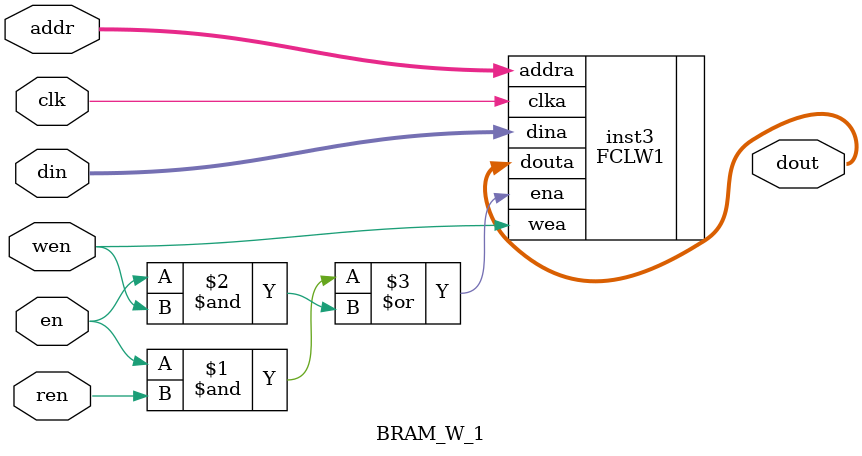
<source format=v>
`timescale 1ns / 1ps

module BRAM_W_1(clk, en, ren, wen, addr, din, dout);
input clk, en, wen, ren;
input [17:0] addr;
input [7:0] din;
output [7:0] dout;
FCLW1 inst3(.clka(clk),.ena((en&ren)|(en&wen)),.wea(wen),.addra(addr),.dina(din),.douta(dout));
endmodule

</source>
